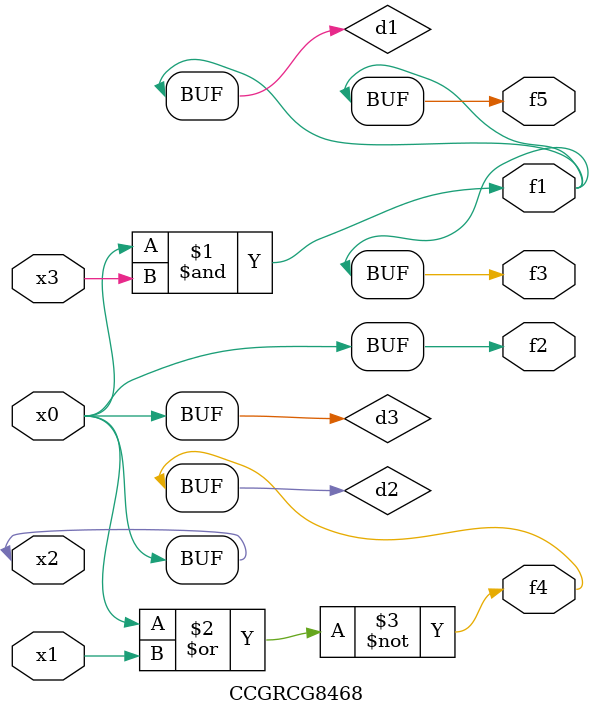
<source format=v>
module CCGRCG8468(
	input x0, x1, x2, x3,
	output f1, f2, f3, f4, f5
);

	wire d1, d2, d3;

	and (d1, x2, x3);
	nor (d2, x0, x1);
	buf (d3, x0, x2);
	assign f1 = d1;
	assign f2 = d3;
	assign f3 = d1;
	assign f4 = d2;
	assign f5 = d1;
endmodule

</source>
